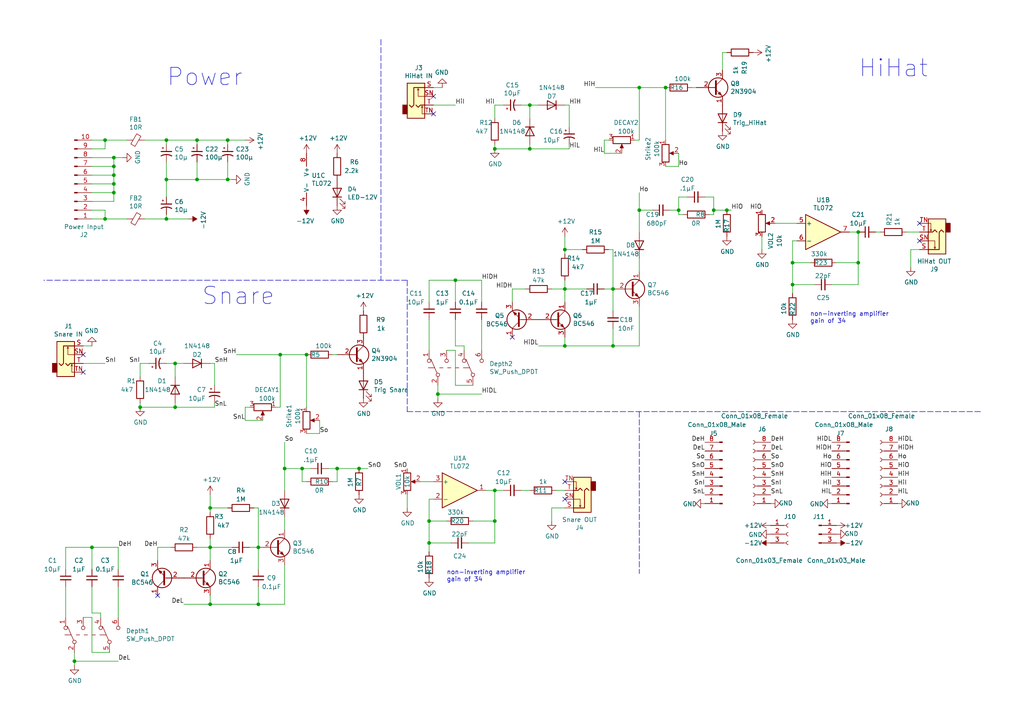
<source format=kicad_sch>
(kicad_sch (version 20211123) (generator eeschema)
  (paper "A4")
  (lib_symbols
    (symbol "Amplifier_Operational:TL072" (pin_names (offset 0.127))
      (property "Reference" "U" (at 0 5.08 0))
      (property "Value" "TL072" (at 0 -5.08 0))
      (symbol "TL072_1_1"
        (pin output line (at 7.62 0 180) (length 2.54) (name "~") (number "1"))
        (pin input line (at -7.62 -2.54 0) (length 2.54) (name "-") (number "2"))
        (pin input line (at -7.62 2.54 0) (length 2.54) (name "+") (number "3"))
      )
      (symbol "TL072_2_1"
        (pin input line (at -7.62 2.54 0) (length 2.54) (name "+") (number "5"))
        (pin input line (at -7.62 -2.54 0) (length 2.54) (name "-") (number "6"))
        (pin output line (at 7.62 0 180) (length 2.54) (name "~") (number "7"))
      )
      (symbol "TL072_3_1"
        (pin power_in line (at -2.54 -7.62 90) (length 3.81) (name "V-") (number "4"))
        (pin power_in line (at -2.54 7.62 270) (length 3.81) (name "V+") (number "8"))
      )
    )
    (symbol "Connector:AudioJack2_Switch"
      (property "Reference" "J" (at 0 11.43 0))
      (property "Value" "AudioJack2_Switch" (at 0 8.89 0))
      (symbol "AudioJack2_Switch_1_1"
        (pin passive line (at 5.08 5.08 180) (length 2.54) (name "~") (number "S"))
        (pin passive line (at 5.08 2.54 180) (length 2.54) (name "~") (number "SN"))
        (pin passive line (at 5.08 0 180) (length 2.54) (name "~") (number "T"))
        (pin passive line (at 5.08 -2.54 180) (length 2.54) (name "~") (number "TN"))
      )
    )
    (symbol "Connector:Conn_01x03_Female" (pin_names (offset 1.016) hide)
      (property "Reference" "J" (at 0 5.08 0))
      (property "Value" "Conn_01x03_Female" (at 0 -5.08 0))
      (symbol "Conn_01x03_Female_1_1"
        (pin passive line (at -5.08 2.54 0) (length 3.81) (name "Pin_1") (number "1"))
        (pin passive line (at -5.08 0 0) (length 3.81) (name "Pin_2") (number "2"))
        (pin passive line (at -5.08 -2.54 0) (length 3.81) (name "Pin_3") (number "3"))
      )
    )
    (symbol "Connector:Conn_01x03_Male" (pin_names (offset 1.016) hide)
      (property "Reference" "J" (at 0 5.08 0))
      (property "Value" "Conn_01x03_Male" (at 0 -5.08 0))
      (symbol "Conn_01x03_Male_1_1"
        (pin passive line (at 5.08 2.54 180) (length 3.81) (name "Pin_1") (number "1"))
        (pin passive line (at 5.08 0 180) (length 3.81) (name "Pin_2") (number "2"))
        (pin passive line (at 5.08 -2.54 180) (length 3.81) (name "Pin_3") (number "3"))
      )
    )
    (symbol "Connector:Conn_01x08_Female" (pin_names (offset 1.016) hide)
      (property "Reference" "J" (at 0 10.16 0))
      (property "Value" "Conn_01x08_Female" (at 0 -12.7 0))
      (symbol "Conn_01x08_Female_1_1"
        (pin passive line (at -5.08 7.62 0) (length 3.81) (name "Pin_1") (number "1"))
        (pin passive line (at -5.08 5.08 0) (length 3.81) (name "Pin_2") (number "2"))
        (pin passive line (at -5.08 2.54 0) (length 3.81) (name "Pin_3") (number "3"))
        (pin passive line (at -5.08 0 0) (length 3.81) (name "Pin_4") (number "4"))
        (pin passive line (at -5.08 -2.54 0) (length 3.81) (name "Pin_5") (number "5"))
        (pin passive line (at -5.08 -5.08 0) (length 3.81) (name "Pin_6") (number "6"))
        (pin passive line (at -5.08 -7.62 0) (length 3.81) (name "Pin_7") (number "7"))
        (pin passive line (at -5.08 -10.16 0) (length 3.81) (name "Pin_8") (number "8"))
      )
    )
    (symbol "Connector:Conn_01x08_Male" (pin_names (offset 1.016) hide)
      (property "Reference" "J" (at 0 10.16 0))
      (property "Value" "Conn_01x08_Male" (at 0 -12.7 0))
      (symbol "Conn_01x08_Male_1_1"
        (pin passive line (at 5.08 7.62 180) (length 3.81) (name "Pin_1") (number "1"))
        (pin passive line (at 5.08 5.08 180) (length 3.81) (name "Pin_2") (number "2"))
        (pin passive line (at 5.08 2.54 180) (length 3.81) (name "Pin_3") (number "3"))
        (pin passive line (at 5.08 0 180) (length 3.81) (name "Pin_4") (number "4"))
        (pin passive line (at 5.08 -2.54 180) (length 3.81) (name "Pin_5") (number "5"))
        (pin passive line (at 5.08 -5.08 180) (length 3.81) (name "Pin_6") (number "6"))
        (pin passive line (at 5.08 -7.62 180) (length 3.81) (name "Pin_7") (number "7"))
        (pin passive line (at 5.08 -10.16 180) (length 3.81) (name "Pin_8") (number "8"))
      )
    )
    (symbol "Connector:Conn_01x10_Male" (pin_names (offset 1.016) hide)
      (property "Reference" "J" (at 0 12.7 0))
      (property "Value" "Conn_01x10_Male" (at 0 -15.24 0))
      (symbol "Conn_01x10_Male_1_1"
        (pin passive line (at 5.08 10.16 180) (length 3.81) (name "Pin_1") (number "1"))
        (pin passive line (at 5.08 -12.7 180) (length 3.81) (name "Pin_10") (number "10"))
        (pin passive line (at 5.08 7.62 180) (length 3.81) (name "Pin_2") (number "2"))
        (pin passive line (at 5.08 5.08 180) (length 3.81) (name "Pin_3") (number "3"))
        (pin passive line (at 5.08 2.54 180) (length 3.81) (name "Pin_4") (number "4"))
        (pin passive line (at 5.08 0 180) (length 3.81) (name "Pin_5") (number "5"))
        (pin passive line (at 5.08 -2.54 180) (length 3.81) (name "Pin_6") (number "6"))
        (pin passive line (at 5.08 -5.08 180) (length 3.81) (name "Pin_7") (number "7"))
        (pin passive line (at 5.08 -7.62 180) (length 3.81) (name "Pin_8") (number "8"))
        (pin passive line (at 5.08 -10.16 180) (length 3.81) (name "Pin_9") (number "9"))
      )
    )
    (symbol "Device:CP1_Small" (pin_numbers hide) (pin_names (offset 0.254) hide)
      (property "Reference" "C" (at 0.254 1.778 0))
      (property "Value" "Device_CP1_Small" (at 0.254 -2.032 0))
      (symbol "CP1_Small_1_1"
        (pin passive line (at 0 2.54 270) (length 2.032) (name "~") (number "1"))
        (pin passive line (at 0 -2.54 90) (length 2.032) (name "~") (number "2"))
      )
    )
    (symbol "Device:C_Small" (pin_numbers hide) (pin_names (offset 0.254) hide)
      (property "Reference" "C" (at 0.254 1.778 0))
      (property "Value" "C_Small" (at 0.254 -2.032 0))
      (symbol "C_Small_1_1"
        (pin passive line (at 0 2.54 270) (length 2.032) (name "~") (number "1"))
        (pin passive line (at 0 -2.54 90) (length 2.032) (name "~") (number "2"))
      )
    )
    (symbol "Device:Ferrite_Bead_Small" (pin_numbers hide) (pin_names (offset 0))
      (property "Reference" "FB" (at 1.905 1.27 0))
      (property "Value" "Device_Ferrite_Bead_Small" (at 1.905 -1.27 0))
      (symbol "Ferrite_Bead_Small_1_1"
        (pin passive line (at 0 2.54 270) (length 1.27) (name "~") (number "1"))
        (pin passive line (at 0 -2.54 90) (length 1.27) (name "~") (number "2"))
      )
    )
    (symbol "Device:LED" (pin_numbers hide) (pin_names (offset 1.016) hide)
      (property "Reference" "D" (at 0 2.54 0))
      (property "Value" "LED" (at 0 -2.54 0))
      (symbol "LED_1_1"
        (pin passive line (at -3.81 0 0) (length 2.54) (name "K") (number "1"))
        (pin passive line (at 3.81 0 180) (length 2.54) (name "A") (number "2"))
      )
    )
    (symbol "Device:R" (pin_numbers hide) (pin_names (offset 0))
      (property "Reference" "R" (at 2.032 0 90))
      (property "Value" "R" (at 0 0 90))
      (symbol "R_1_1"
        (pin passive line (at 0 3.81 270) (length 1.27) (name "~") (number "1"))
        (pin passive line (at 0 -3.81 90) (length 1.27) (name "~") (number "2"))
      )
    )
    (symbol "Device:R_POT" (pin_names (offset 1.016) hide)
      (property "Reference" "RV" (at -4.445 0 90))
      (property "Value" "Device_R_POT" (at -2.54 0 90))
      (symbol "R_POT_1_1"
        (pin passive line (at 0 3.81 270) (length 1.27) (name "1") (number "1"))
        (pin passive line (at 3.81 0 180) (length 1.27) (name "2") (number "2"))
        (pin passive line (at 0 -3.81 90) (length 1.27) (name "3") (number "3"))
      )
    )
    (symbol "Diode:1N4148" (pin_numbers hide) (pin_names (offset 1.016) hide)
      (property "Reference" "D" (at 0 2.54 0))
      (property "Value" "1N4148" (at 0 -2.54 0))
      (symbol "1N4148_1_1"
        (pin passive line (at -3.81 0 0) (length 2.54) (name "K") (number "1"))
        (pin passive line (at 3.81 0 180) (length 2.54) (name "A") (number "2"))
      )
    )
    (symbol "Switch:SW_Push_DPDT" (pin_names (offset 0) hide)
      (property "Reference" "SW" (at 0 8.89 0))
      (property "Value" "SW_Push_DPDT" (at 0 -10.16 0))
      (symbol "SW_Push_DPDT_1_1"
        (pin passive line (at 5.08 7.62 180) (length 2.54) (name "A") (number "1"))
        (pin passive line (at -5.08 5.08 0) (length 2.54) (name "B") (number "2"))
        (pin passive line (at 5.08 2.54 180) (length 2.54) (name "C") (number "3"))
        (pin passive line (at 5.08 -2.54 180) (length 2.54) (name "A") (number "4"))
        (pin passive line (at -5.08 -5.08 0) (length 2.54) (name "B") (number "5"))
        (pin passive line (at 5.08 -7.62 180) (length 2.54) (name "C") (number "6"))
      )
    )
    (symbol "Transistor_BJT:2N3904" (pin_names (offset 0) hide)
      (property "Reference" "Q" (at 5.08 1.905 0))
      (property "Value" "2N3904" (at 5.08 0 0))
      (symbol "2N3904_1_1"
        (pin passive line (at 2.54 -5.08 90) (length 2.54) (name "E") (number "1"))
        (pin passive line (at -5.08 0 0) (length 5.715) (name "B") (number "2"))
        (pin passive line (at 2.54 5.08 270) (length 2.54) (name "C") (number "3"))
      )
    )
    (symbol "Transistor_BJT:BC546" (pin_names (offset 0) hide)
      (property "Reference" "Q" (at 5.08 1.905 0))
      (property "Value" "BC546" (at 5.08 0 0))
      (symbol "BC546_1_1"
        (pin passive line (at 2.54 5.08 270) (length 2.54) (name "C") (number "1"))
        (pin input line (at -5.08 0 0) (length 5.08) (name "B") (number "2"))
        (pin passive line (at 2.54 -5.08 90) (length 2.54) (name "E") (number "3"))
      )
    )
    (symbol "power:+12V" (power) (pin_names (offset 0))
      (property "Value" "+12V" (at 0 3.556 0))
      (symbol "+12V_1_1"
        (pin power_in line (at 0 0 90) (length 0) hide (name "+12V") (number "1"))
      )
    )
    (symbol "power:-12V" (power) (pin_names (offset 0))
      (property "Value" "-12V" (at 0 3.81 0))
      (symbol "-12V_0_0"
        (pin power_in line (at 0 0 90) (length 0) hide (name "-12V") (number "1"))
      )
    )
    (symbol "power:GND" (power) (pin_names (offset 0))
      (property "Value" "GND" (at 0 -3.81 0))
      (symbol "GND_1_1"
        (pin power_in line (at 0 0 270) (length 0) hide (name "GND") (number "1"))
      )
    )
  )
  (junction (at 81.28 102.87))
  (junction (at 33.02 50.8))
  (junction (at 50.8 105.41))
  (junction (at 87.63 135.89))
  (junction (at 177.8 83.82))
  (junction (at 48.26 40.64))
  (junction (at 196.85 60.96))
  (junction (at 82.55 135.89))
  (junction (at 143.51 151.13))
  (junction (at 97.79 135.89))
  (junction (at 66.04 52.07))
  (junction (at 163.83 83.82))
  (junction (at 57.15 40.64))
  (junction (at 153.67 43.18))
  (junction (at 185.42 25.4))
  (junction (at 229.87 76.2))
  (junction (at 229.87 82.55))
  (junction (at 57.15 52.07))
  (junction (at 74.93 158.75))
  (junction (at 60.96 147.32))
  (junction (at 60.96 175.26))
  (junction (at 48.26 63.5))
  (junction (at 248.92 76.2))
  (junction (at 124.46 151.13))
  (junction (at 66.04 40.64))
  (junction (at 104.14 135.89))
  (junction (at 177.8 100.33))
  (junction (at 163.83 100.33))
  (junction (at 40.64 118.11))
  (junction (at 21.59 191.77))
  (junction (at 248.92 67.31))
  (junction (at 193.04 25.4))
  (junction (at 30.48 63.5))
  (junction (at 132.08 81.28))
  (junction (at 124.46 157.48))
  (junction (at 48.26 52.07))
  (junction (at 163.83 72.39))
  (junction (at 143.51 43.18))
  (junction (at 185.42 60.96))
  (junction (at 33.02 48.26))
  (junction (at 50.8 118.11))
  (junction (at 88.9 102.87))
  (junction (at 33.02 55.88))
  (junction (at 30.48 40.64))
  (junction (at 60.96 158.75))
  (junction (at 127 114.3))
  (junction (at 153.67 30.48))
  (junction (at 210.82 60.96))
  (junction (at 33.02 53.34))
  (junction (at 143.51 142.24))
  (junction (at 207.01 60.96))
  (junction (at 74.93 175.26))
  (junction (at 26.67 158.75))
  (junction (at 33.02 45.72))
  (no_connect (at 24.13 102.87))
  (no_connect (at 125.73 27.94))
  (no_connect (at 45.72 172.72))
  (no_connect (at 266.7 69.85))
  (no_connect (at 163.83 144.78))
  (no_connect (at 266.7 64.77))
  (no_connect (at 148.59 97.79))
  (no_connect (at 125.73 33.02))
  (no_connect (at 163.83 139.7))
  (no_connect (at 24.13 107.95))
  (wire (pts (xy 184.15 40.64) (xy 185.42 40.64)))
  (wire (pts (xy 163.83 72.39) (xy 163.83 73.66)))
  (wire (pts (xy 248.92 67.31) (xy 248.92 76.2)))
  (wire (pts (xy 26.67 60.96) (xy 30.48 60.96)))
  (wire (pts (xy 229.87 69.85) (xy 229.87 76.2)))
  (wire (pts (xy 165.1 30.48) (xy 165.1 36.83)))
  (wire (pts (xy 127 111.76) (xy 127 114.3)))
  (wire (pts (xy 177.8 100.33) (xy 163.83 100.33)))
  (wire (pts (xy 185.42 25.4) (xy 193.04 25.4)))
  (wire (pts (xy 153.67 142.24) (xy 151.13 142.24)))
  (wire (pts (xy 71.12 118.11) (xy 72.39 118.11)))
  (polyline (pts (xy 110.49 11.43) (xy 110.49 81.28)))
  (wire (pts (xy 153.67 34.29) (xy 153.67 30.48)))
  (wire (pts (xy 124.46 92.71) (xy 124.46 101.6)))
  (wire (pts (xy 264.16 72.39) (xy 264.16 77.47)))
  (wire (pts (xy 82.55 163.83) (xy 82.55 175.26)))
  (wire (pts (xy 50.8 105.41) (xy 48.26 105.41)))
  (wire (pts (xy 140.97 142.24) (xy 143.51 142.24)))
  (wire (pts (xy 81.28 102.87) (xy 88.9 102.87)))
  (wire (pts (xy 132.08 81.28) (xy 132.08 87.63)))
  (wire (pts (xy 220.98 68.58) (xy 220.98 72.39)))
  (wire (pts (xy 229.87 82.55) (xy 229.87 85.09)))
  (wire (pts (xy 196.85 62.23) (xy 196.85 60.96)))
  (wire (pts (xy 50.8 118.11) (xy 50.8 116.84)))
  (wire (pts (xy 129.54 101.6) (xy 132.08 101.6)))
  (wire (pts (xy 210.82 60.96) (xy 207.01 60.96)))
  (wire (pts (xy 196.85 60.96) (xy 194.31 60.96)))
  (wire (pts (xy 26.67 158.75) (xy 26.67 165.1)))
  (wire (pts (xy 73.66 147.32) (xy 74.93 147.32)))
  (wire (pts (xy 139.7 92.71) (xy 139.7 101.6)))
  (wire (pts (xy 207.01 57.15) (xy 207.01 60.96)))
  (wire (pts (xy 163.83 72.39) (xy 168.91 72.39)))
  (wire (pts (xy 210.82 60.96) (xy 212.09 60.96)))
  (wire (pts (xy 74.93 175.26) (xy 60.96 175.26)))
  (wire (pts (xy 74.93 158.75) (xy 72.39 158.75)))
  (wire (pts (xy 163.83 83.82) (xy 160.02 83.82)))
  (wire (pts (xy 26.67 58.42) (xy 33.02 58.42)))
  (wire (pts (xy 74.93 165.1) (xy 74.93 158.75)))
  (wire (pts (xy 82.55 149.86) (xy 82.55 153.67)))
  (wire (pts (xy 176.53 72.39) (xy 177.8 72.39)))
  (wire (pts (xy 134.62 101.6) (xy 134.62 100.33)))
  (wire (pts (xy 255.27 67.31) (xy 254 67.31)))
  (wire (pts (xy 127 114.3) (xy 127 115.57)))
  (wire (pts (xy 185.42 60.96) (xy 185.42 67.31)))
  (wire (pts (xy 26.67 179.07) (xy 24.13 179.07)))
  (wire (pts (xy 163.83 83.82) (xy 170.18 83.82)))
  (wire (pts (xy 49.53 158.75) (xy 45.72 158.75)))
  (wire (pts (xy 33.02 53.34) (xy 33.02 50.8)))
  (wire (pts (xy 33.02 58.42) (xy 33.02 55.88)))
  (wire (pts (xy 82.55 175.26) (xy 74.93 175.26)))
  (wire (pts (xy 60.96 158.75) (xy 67.31 158.75)))
  (wire (pts (xy 60.96 147.32) (xy 66.04 147.32)))
  (wire (pts (xy 68.58 102.87) (xy 81.28 102.87)))
  (wire (pts (xy 33.02 48.26) (xy 33.02 50.8)))
  (wire (pts (xy 66.04 46.99) (xy 66.04 52.07)))
  (wire (pts (xy 125.73 25.4) (xy 128.27 25.4)))
  (wire (pts (xy 97.79 135.89) (xy 104.14 135.89)))
  (polyline (pts (xy 118.11 81.28) (xy 12.7 81.28)))
  (wire (pts (xy 41.91 63.5) (xy 48.26 63.5)))
  (wire (pts (xy 26.67 63.5) (xy 30.48 63.5)))
  (wire (pts (xy 96.52 139.7) (xy 97.79 139.7)))
  (wire (pts (xy 97.79 135.89) (xy 97.79 139.7)))
  (wire (pts (xy 88.9 125.73) (xy 92.71 125.73)))
  (wire (pts (xy 163.83 72.39) (xy 163.83 68.58)))
  (wire (pts (xy 26.67 177.8) (xy 26.67 170.18)))
  (wire (pts (xy 246.38 67.31) (xy 248.92 67.31)))
  (wire (pts (xy 95.25 135.89) (xy 97.79 135.89)))
  (wire (pts (xy 60.96 162.56) (xy 60.96 158.75)))
  (wire (pts (xy 40.64 116.84) (xy 40.64 118.11)))
  (wire (pts (xy 139.7 87.63) (xy 139.7 81.28)))
  (wire (pts (xy 26.67 55.88) (xy 33.02 55.88)))
  (wire (pts (xy 163.83 100.33) (xy 156.21 100.33)))
  (wire (pts (xy 57.15 46.99) (xy 57.15 52.07)))
  (wire (pts (xy 207.01 60.96) (xy 207.01 62.23)))
  (wire (pts (xy 165.1 41.91) (xy 165.1 43.18)))
  (wire (pts (xy 137.16 111.76) (xy 132.08 111.76)))
  (wire (pts (xy 139.7 81.28) (xy 132.08 81.28)))
  (wire (pts (xy 143.51 41.91) (xy 143.51 43.18)))
  (wire (pts (xy 67.31 52.07) (xy 66.04 52.07)))
  (wire (pts (xy 185.42 74.93) (xy 185.42 78.74)))
  (wire (pts (xy 80.01 118.11) (xy 81.28 118.11)))
  (wire (pts (xy 132.08 111.76) (xy 132.08 101.6)))
  (wire (pts (xy 41.91 40.64) (xy 48.26 40.64)))
  (wire (pts (xy 92.71 125.73) (xy 92.71 121.92)))
  (wire (pts (xy 26.67 40.64) (xy 30.48 40.64)))
  (wire (pts (xy 50.8 109.22) (xy 50.8 105.41)))
  (wire (pts (xy 175.26 44.45) (xy 175.26 40.64)))
  (wire (pts (xy 210.82 15.24) (xy 209.55 15.24)))
  (wire (pts (xy 57.15 52.07) (xy 48.26 52.07)))
  (wire (pts (xy 21.59 189.23) (xy 21.59 191.77)))
  (wire (pts (xy 262.89 67.31) (xy 266.7 67.31)))
  (wire (pts (xy 193.04 25.4) (xy 193.04 40.64)))
  (wire (pts (xy 60.96 147.32) (xy 60.96 143.51)))
  (wire (pts (xy 180.34 44.45) (xy 175.26 44.45)))
  (wire (pts (xy 185.42 60.96) (xy 189.23 60.96)))
  (wire (pts (xy 121.92 139.7) (xy 125.73 139.7)))
  (wire (pts (xy 248.92 82.55) (xy 241.3 82.55)))
  (wire (pts (xy 19.05 165.1) (xy 19.05 158.75)))
  (wire (pts (xy 185.42 88.9) (xy 185.42 100.33)))
  (polyline (pts (xy 185.42 119.38) (xy 185.42 166.37)))
  (wire (pts (xy 163.83 97.79) (xy 163.83 100.33)))
  (wire (pts (xy 60.96 175.26) (xy 53.34 175.26)))
  (wire (pts (xy 34.29 165.1) (xy 34.29 158.75)))
  (wire (pts (xy 33.02 55.88) (xy 33.02 53.34)))
  (wire (pts (xy 124.46 144.78) (xy 124.46 151.13)))
  (wire (pts (xy 62.23 116.84) (xy 62.23 118.11)))
  (wire (pts (xy 204.47 57.15) (xy 207.01 57.15)))
  (wire (pts (xy 35.56 45.72) (xy 33.02 45.72)))
  (wire (pts (xy 172.72 25.4) (xy 185.42 25.4)))
  (wire (pts (xy 143.51 142.24) (xy 143.51 151.13)))
  (wire (pts (xy 87.63 135.89) (xy 90.17 135.89)))
  (wire (pts (xy 57.15 41.91) (xy 57.15 40.64)))
  (wire (pts (xy 74.93 170.18) (xy 74.93 175.26)))
  (wire (pts (xy 175.26 40.64) (xy 176.53 40.64)))
  (wire (pts (xy 143.51 30.48) (xy 143.51 34.29)))
  (wire (pts (xy 96.52 102.87) (xy 97.79 102.87)))
  (wire (pts (xy 60.96 158.75) (xy 57.15 158.75)))
  (wire (pts (xy 34.29 158.75) (xy 26.67 158.75)))
  (wire (pts (xy 34.29 191.77) (xy 21.59 191.77)))
  (wire (pts (xy 193.04 48.26) (xy 196.85 48.26)))
  (wire (pts (xy 60.96 172.72) (xy 60.96 175.26)))
  (wire (pts (xy 196.85 57.15) (xy 199.39 57.15)))
  (wire (pts (xy 26.67 43.18) (xy 30.48 43.18)))
  (wire (pts (xy 60.96 105.41) (xy 62.23 105.41)))
  (wire (pts (xy 30.48 60.96) (xy 30.48 63.5)))
  (wire (pts (xy 163.83 81.28) (xy 163.83 83.82)))
  (polyline (pts (xy 118.11 119.38) (xy 284.48 119.38)))
  (wire (pts (xy 248.92 76.2) (xy 242.57 76.2)))
  (wire (pts (xy 19.05 158.75) (xy 26.67 158.75)))
  (wire (pts (xy 34.29 170.18) (xy 34.29 179.07)))
  (wire (pts (xy 132.08 100.33) (xy 132.08 92.71)))
  (wire (pts (xy 125.73 30.48) (xy 132.08 30.48)))
  (wire (pts (xy 48.26 40.64) (xy 57.15 40.64)))
  (polyline (pts (xy 118.11 81.28) (xy 118.11 119.38)))
  (wire (pts (xy 185.42 55.88) (xy 185.42 60.96)))
  (wire (pts (xy 229.87 76.2) (xy 229.87 82.55)))
  (wire (pts (xy 33.02 50.8) (xy 26.67 50.8)))
  (wire (pts (xy 196.85 60.96) (xy 196.85 57.15)))
  (wire (pts (xy 66.04 52.07) (xy 57.15 52.07)))
  (wire (pts (xy 53.34 105.41) (xy 50.8 105.41)))
  (wire (pts (xy 29.21 179.07) (xy 29.21 177.8)))
  (wire (pts (xy 57.15 40.64) (xy 66.04 40.64)))
  (wire (pts (xy 30.48 43.18) (xy 30.48 40.64)))
  (wire (pts (xy 143.51 151.13) (xy 143.51 157.48)))
  (wire (pts (xy 26.67 53.34) (xy 33.02 53.34)))
  (wire (pts (xy 205.74 62.23) (xy 207.01 62.23)))
  (wire (pts (xy 40.64 118.11) (xy 50.8 118.11)))
  (wire (pts (xy 124.46 144.78) (xy 125.73 144.78)))
  (wire (pts (xy 177.8 83.82) (xy 175.26 83.82)))
  (wire (pts (xy 177.8 72.39) (xy 177.8 83.82)))
  (wire (pts (xy 48.26 63.5) (xy 54.61 63.5)))
  (wire (pts (xy 152.4 83.82) (xy 148.59 83.82)))
  (wire (pts (xy 62.23 118.11) (xy 50.8 118.11)))
  (wire (pts (xy 124.46 157.48) (xy 124.46 160.02)))
  (wire (pts (xy 60.96 147.32) (xy 60.96 148.59)))
  (wire (pts (xy 165.1 43.18) (xy 153.67 43.18)))
  (wire (pts (xy 21.59 191.77) (xy 21.59 193.04)))
  (wire (pts (xy 62.23 105.41) (xy 62.23 111.76)))
  (wire (pts (xy 163.83 30.48) (xy 165.1 30.48)))
  (wire (pts (xy 177.8 95.25) (xy 177.8 100.33)))
  (wire (pts (xy 124.46 81.28) (xy 132.08 81.28)))
  (wire (pts (xy 26.67 189.23) (xy 26.67 179.07)))
  (wire (pts (xy 134.62 100.33) (xy 132.08 100.33)))
  (wire (pts (xy 43.18 105.41) (xy 40.64 105.41)))
  (wire (pts (xy 45.72 158.75) (xy 45.72 162.56)))
  (wire (pts (xy 177.8 90.17) (xy 177.8 83.82)))
  (wire (pts (xy 146.05 30.48) (xy 143.51 30.48)))
  (wire (pts (xy 40.64 105.41) (xy 40.64 109.22)))
  (wire (pts (xy 266.7 72.39) (xy 264.16 72.39)))
  (wire (pts (xy 87.63 135.89) (xy 87.63 139.7)))
  (wire (pts (xy 248.92 76.2) (xy 248.92 82.55)))
  (wire (pts (xy 160.02 147.32) (xy 160.02 151.13)))
  (wire (pts (xy 143.51 142.24) (xy 146.05 142.24)))
  (wire (pts (xy 31.75 189.23) (xy 26.67 189.23)))
  (wire (pts (xy 161.29 142.24) (xy 163.83 142.24)))
  (wire (pts (xy 224.79 64.77) (xy 231.14 64.77)))
  (wire (pts (xy 118.11 143.51) (xy 118.11 147.32)))
  (wire (pts (xy 143.51 151.13) (xy 137.16 151.13)))
  (wire (pts (xy 129.54 151.13) (xy 124.46 151.13)))
  (wire (pts (xy 60.96 156.21) (xy 60.96 158.75)))
  (wire (pts (xy 24.13 105.41) (xy 30.48 105.41)))
  (wire (pts (xy 48.26 62.23) (xy 48.26 63.5)))
  (wire (pts (xy 24.13 100.33) (xy 26.67 100.33)))
  (wire (pts (xy 66.04 41.91) (xy 66.04 40.64)))
  (wire (pts (xy 74.93 147.32) (xy 74.93 158.75)))
  (wire (pts (xy 26.67 45.72) (xy 33.02 45.72)))
  (wire (pts (xy 198.12 62.23) (xy 196.85 62.23)))
  (wire (pts (xy 160.02 147.32) (xy 163.83 147.32)))
  (wire (pts (xy 153.67 30.48) (xy 151.13 30.48)))
  (wire (pts (xy 209.55 15.24) (xy 209.55 20.32)))
  (wire (pts (xy 148.59 83.82) (xy 148.59 87.63)))
  (wire (pts (xy 196.85 48.26) (xy 196.85 44.45)))
  (wire (pts (xy 156.21 30.48) (xy 153.67 30.48)))
  (wire (pts (xy 234.95 76.2) (xy 229.87 76.2)))
  (wire (pts (xy 124.46 151.13) (xy 124.46 157.48)))
  (wire (pts (xy 139.7 114.3) (xy 127 114.3)))
  (wire (pts (xy 76.2 121.92) (xy 71.12 121.92)))
  (wire (pts (xy 185.42 100.33) (xy 177.8 100.33)))
  (wire (pts (xy 163.83 87.63) (xy 163.83 83.82)))
  (wire (pts (xy 104.14 135.89) (xy 106.68 135.89)))
  (wire (pts (xy 81.28 118.11) (xy 81.28 102.87)))
  (wire (pts (xy 124.46 157.48) (xy 130.81 157.48)))
  (wire (pts (xy 19.05 170.18) (xy 19.05 179.07)))
  (wire (pts (xy 143.51 157.48) (xy 135.89 157.48)))
  (wire (pts (xy 124.46 87.63) (xy 124.46 81.28)))
  (wire (pts (xy 153.67 43.18) (xy 153.67 41.91)))
  (wire (pts (xy 82.55 128.27) (xy 82.55 135.89)))
  (wire (pts (xy 229.87 69.85) (xy 231.14 69.85)))
  (wire (pts (xy 82.55 135.89) (xy 87.63 135.89)))
  (wire (pts (xy 88.9 139.7) (xy 87.63 139.7)))
  (wire (pts (xy 66.04 40.64) (xy 71.12 40.64)))
  (wire (pts (xy 229.87 82.55) (xy 236.22 82.55)))
  (wire (pts (xy 29.21 177.8) (xy 26.67 177.8)))
  (wire (pts (xy 48.26 52.07) (xy 48.26 57.15)))
  (wire (pts (xy 185.42 40.64) (xy 185.42 25.4)))
  (wire (pts (xy 48.26 46.99) (xy 48.26 52.07)))
  (wire (pts (xy 36.83 40.64) (xy 30.48 40.64)))
  (wire (pts (xy 33.02 45.72) (xy 33.02 48.26)))
  (wire (pts (xy 88.9 102.87) (xy 88.9 118.11)))
  (wire (pts (xy 143.51 43.18) (xy 153.67 43.18)))
  (wire (pts (xy 26.67 48.26) (xy 33.02 48.26)))
  (wire (pts (xy 48.26 41.91) (xy 48.26 40.64)))
  (wire (pts (xy 71.12 121.92) (xy 71.12 118.11)))
  (wire (pts (xy 200.66 25.4) (xy 201.93 25.4)))
  (wire (pts (xy 82.55 135.89) (xy 82.55 142.24)))
  (wire (pts (xy 30.48 63.5) (xy 36.83 63.5)))
  (text "Snare" (at 58.42 88.9 0) (effects (font (size 5.0038 5.0038)) (justify left bottom)))
  (text "non-inverting amplifier\ngain of 34" (at 129.54 168.91 0) (effects (font (size 1.27 1.27)) (justify left bottom)))
  (text "Power\n" (at 48.26 25.4 0) (effects (font (size 5.0038 5.0038)) (justify left bottom)))
  (text "non-inverting amplifier\ngain of 34" (at 234.95 93.98 0) (effects (font (size 1.27 1.27)) (justify left bottom)))
  (text "HiHat" (at 248.92 22.86 0) (effects (font (size 5.0038 5.0038)) (justify left bottom)))
  (label "DeH" (at 223.52 128.27 0))
  (label "HiL" (at 241.3 143.51 180))
  (label "Ho" (at 260.35 133.35 0))
  (label "SnO" (at 204.47 135.89 180))
  (label "HiH" (at 165.1 30.48 0))
  (label "HiDH" (at 260.35 130.81 0))
  (label "SnH" (at 223.52 138.43 0))
  (label "HiL" (at 260.35 143.51 0))
  (label "HiL" (at 165.1 43.18 0))
  (label "HiO" (at 212.09 60.96 0))
  (label "SnO" (at 118.11 135.89 180))
  (label "Ho" (at 196.85 48.26 0))
  (label "So" (at 82.55 128.27 0))
  (label "HiI" (at 132.08 30.48 0))
  (label "So" (at 204.47 133.35 180))
  (label "DeH" (at 204.47 128.27 180))
  (label "SnI" (at 223.52 140.97 0))
  (label "HiDL" (at 260.35 128.27 0))
  (label "HiI" (at 260.35 140.97 0))
  (label "SnI" (at 30.48 105.41 0))
  (label "HiH" (at 172.72 25.4 180))
  (label "DeL" (at 34.29 191.77 0))
  (label "SnO" (at 223.52 135.89 0))
  (label "HiDL" (at 241.3 128.27 180))
  (label "DeH" (at 45.72 158.75 180))
  (label "DeH" (at 34.29 158.75 0))
  (label "SnL" (at 223.52 143.51 0))
  (label "SnL" (at 204.47 143.51 180))
  (label "SnH" (at 62.23 105.41 0))
  (label "DeL" (at 204.47 130.81 180))
  (label "SnH" (at 68.58 102.87 180))
  (label "HiDH" (at 139.7 81.28 0))
  (label "SnL" (at 71.12 121.92 180))
  (label "HiI" (at 143.51 30.48 180))
  (label "HiDH" (at 241.3 130.81 180))
  (label "So" (at 92.71 125.73 0))
  (label "HiL" (at 175.26 44.45 180))
  (label "SnO" (at 106.68 135.89 0))
  (label "DeL" (at 53.34 175.26 180))
  (label "HiH" (at 260.35 138.43 0))
  (label "So" (at 223.52 133.35 0))
  (label "Ho" (at 241.3 133.35 180))
  (label "HiO" (at 260.35 135.89 0))
  (label "HiI" (at 241.3 140.97 180))
  (label "HiDL" (at 156.21 100.33 180))
  (label "HiO" (at 241.3 135.89 180))
  (label "Ho" (at 185.42 55.88 0))
  (label "HiO" (at 220.98 60.96 180))
  (label "SnI" (at 40.64 105.41 180))
  (label "SnL" (at 62.23 118.11 0))
  (label "DeL" (at 223.52 130.81 0))
  (label "HiH" (at 241.3 138.43 180))
  (label "SnH" (at 204.47 138.43 180))
  (label "HiDH" (at 148.59 83.82 180))
  (label "SnI" (at 204.47 140.97 180))
  (label "HiDL" (at 139.7 114.3 0))
  (symbol (lib_id "Device:CP1_Small") (at 45.72 105.41 90) (unit 1)
    (property "Reference" "C4" (at 45.72 99.6188 90))
    (property "Value" "10µF" (at 45.72 101.9302 90))
    (property "Footprint" "Capacitor_THT:CP_Radial_D5.0mm_P2.00mm" (effects hide))
  )
  (symbol (lib_id "Device:R") (at 40.64 113.03 0) (unit 1)
    (property "Reference" "R1" (at 38.1 110.49 0))
    (property "Value" "4k7" (at 36.83 113.03 0))
    (property "Footprint" "Resistor_THT:R_Axial_DIN0207_L6.3mm_D2.5mm_P10.16mm_Horizontal" (effects hide))
  )
  (symbol (lib_id "Device:R_POT") (at 76.2 118.11 270) (unit 1)
    (property "Reference" "DECAY1" (at 77.47 113.03 90))
    (property "Value" "100k" (at 77.47 115.57 90))
    (property "Footprint" "Synth:Pot-bourns-alpha" (effects hide))
  )
  (symbol (lib_id "Transistor_BJT:BC546") (at 58.42 167.64 0) (unit 1)
    (property "Reference" "Q2" (at 63.2714 166.4716 0) (effects (justify left)))
    (property "Value" "BC546" (at 63.2714 168.783 0) (effects (justify left)))
    (property "Footprint" "Package_TO_SOT_THT:TO-92_Inline" (effects hide))
    (property "Datasheet" "https://www.onsemi.com/pub/Collateral/BC550-D.pdf" (effects hide))
  )
  (symbol (lib_id "Transistor_BJT:BC546") (at 48.26 167.64 180) (unit 1)
    (property "Reference" "Q1" (at 43.4086 166.4716 0) (effects (justify left)))
    (property "Value" "BC546" (at 44.45 168.91 0) (effects (justify left)))
    (property "Footprint" "Package_TO_SOT_THT:TO-92_Inline" (effects hide))
    (property "Datasheet" "https://www.onsemi.com/pub/Collateral/BC550-D.pdf" (effects hide))
  )
  (symbol (lib_id "Device:C_Small") (at 34.29 167.64 0) (unit 1)
    (property "Reference" "C3" (at 30.48 162.56 0))
    (property "Value" "0.1µF" (at 30.48 165.1 0))
    (property "Footprint" "Capacitor_THT:C_Disc_D7.0mm_W2.5mm_P5.00mm" (effects hide))
  )
  (symbol (lib_id "Device:CP1_Small") (at 62.23 114.3 0) (unit 1)
    (property "Reference" "C7" (at 58.42 113.03 0))
    (property "Value" "10µF" (at 57.15 115.57 0))
    (property "Footprint" "Capacitor_THT:CP_Radial_D5.0mm_P2.00mm" (effects hide))
  )
  (symbol (lib_id "Diode:1N4148") (at 57.15 105.41 180) (unit 1)
    (property "Reference" "D2" (at 57.15 102.87 0))
    (property "Value" "1N4148" (at 57.15 100.33 0))
    (property "Footprint" "Diode_THT:D_DO-35_SOD27_P7.62mm_Horizontal" (effects hide))
    (property "Datasheet" "https://assets.nexperia.com/documents/data-sheet/1N4148_1N4448.pdf" (effects hide))
  )
  (symbol (lib_id "Diode:1N4148") (at 50.8 113.03 270) (unit 1)
    (property "Reference" "D1" (at 46.99 110.49 90))
    (property "Value" "1N4148" (at 45.72 113.03 90))
    (property "Footprint" "Diode_THT:D_DO-35_SOD27_P7.62mm_Horizontal" (effects hide))
    (property "Datasheet" "https://assets.nexperia.com/documents/data-sheet/1N4148_1N4448.pdf" (effects hide))
  )
  (symbol (lib_id "power:GND") (at 40.64 118.11 0) (unit 1)
    (property "Reference" "#PWR04" (effects hide))
    (property "Value" "GND" (at 40.767 122.5042 0))
  )
  (symbol (lib_id "Transistor_BJT:BC546") (at 80.01 158.75 0) (unit 1)
    (property "Reference" "Q3" (at 84.8614 157.5816 0) (effects (justify left)))
    (property "Value" "BC546" (at 84.8614 159.893 0) (effects (justify left)))
    (property "Footprint" "Package_TO_SOT_THT:TO-92_Inline" (effects hide))
    (property "Datasheet" "https://www.onsemi.com/pub/Collateral/BC550-D.pdf" (effects hide))
  )
  (symbol (lib_id "Device:R") (at 53.34 158.75 90) (unit 1)
    (property "Reference" "R2" (at 53.34 153.67 90))
    (property "Value" "47k" (at 53.34 156.21 90))
    (property "Footprint" "Resistor_THT:R_Axial_DIN0207_L6.3mm_D2.5mm_P10.16mm_Horizontal" (effects hide))
  )
  (symbol (lib_id "Device:R") (at 60.96 152.4 0) (unit 1)
    (property "Reference" "R3" (at 63.5 149.86 0))
    (property "Value" "4k7" (at 64.77 152.4 0))
    (property "Footprint" "Resistor_THT:R_Axial_DIN0207_L6.3mm_D2.5mm_P10.16mm_Horizontal" (effects hide))
  )
  (symbol (lib_id "Device:R") (at 69.85 147.32 90) (unit 1)
    (property "Reference" "R4" (at 69.85 142.24 90))
    (property "Value" "1M" (at 69.85 144.78 90))
    (property "Footprint" "Resistor_THT:R_Axial_DIN0207_L6.3mm_D2.5mm_P10.16mm_Horizontal" (effects hide))
  )
  (symbol (lib_id "Device:C_Small") (at 69.85 158.75 90) (unit 1)
    (property "Reference" "C8" (at 67.31 160.02 90))
    (property "Value" "1µF" (at 68.58 162.56 90))
    (property "Footprint" "Capacitor_THT:C_Disc_D7.0mm_W2.5mm_P5.00mm" (effects hide))
  )
  (symbol (lib_id "Device:C_Small") (at 74.93 167.64 180) (unit 1)
    (property "Reference" "C9" (at 78.74 167.64 0))
    (property "Value" "0.1µF" (at 78.74 170.18 0))
    (property "Footprint" "Capacitor_THT:C_Disc_D7.0mm_W2.5mm_P5.00mm" (effects hide))
  )
  (symbol (lib_id "power:GND") (at 21.59 193.04 0) (unit 1)
    (property "Reference" "#PWR02" (effects hide))
    (property "Value" "GND" (at 21.717 197.4342 0))
  )
  (symbol (lib_id "power:+12V") (at 60.96 143.51 0) (unit 1)
    (property "Reference" "#PWR08" (effects hide))
    (property "Value" "+12V" (at 61.341 139.1158 0))
  )
  (symbol (lib_id "Diode:1N4148") (at 82.55 146.05 90) (unit 1)
    (property "Reference" "D3" (at 80.01 146.05 90))
    (property "Value" "1N4148" (at 78.74 148.59 90))
    (property "Footprint" "Diode_THT:D_DO-35_SOD27_P7.62mm_Horizontal" (effects hide))
    (property "Datasheet" "https://assets.nexperia.com/documents/data-sheet/1N4148_1N4448.pdf" (effects hide))
  )
  (symbol (lib_id "Device:CP1_Small") (at 148.59 30.48 90) (unit 1)
    (property "Reference" "C15" (at 148.59 24.6888 90))
    (property "Value" "10µF" (at 148.59 27.0002 90))
    (property "Footprint" "Capacitor_THT:CP_Radial_D5.0mm_P2.00mm" (effects hide))
  )
  (symbol (lib_id "Device:R") (at 143.51 38.1 0) (unit 1)
    (property "Reference" "R12" (at 140.97 35.56 0))
    (property "Value" "4k7" (at 139.7 38.1 0))
    (property "Footprint" "Resistor_THT:R_Axial_DIN0207_L6.3mm_D2.5mm_P10.16mm_Horizontal" (effects hide))
  )
  (symbol (lib_id "Transistor_BJT:BC546") (at 161.29 92.71 0) (unit 1)
    (property "Reference" "Q6" (at 166.1414 91.5416 0) (effects (justify left)))
    (property "Value" "BC546" (at 166.1414 93.853 0) (effects (justify left)))
    (property "Footprint" "Package_TO_SOT_THT:TO-92_Inline" (effects hide))
    (property "Datasheet" "https://www.onsemi.com/pub/Collateral/BC550-D.pdf" (effects hide))
  )
  (symbol (lib_id "Transistor_BJT:BC546") (at 151.13 92.71 180) (unit 1)
    (property "Reference" "Q5" (at 146.2786 91.5416 0) (effects (justify left)))
    (property "Value" "BC546" (at 147.32 93.98 0) (effects (justify left)))
    (property "Footprint" "Package_TO_SOT_THT:TO-92_Inline" (effects hide))
    (property "Datasheet" "https://www.onsemi.com/pub/Collateral/BC550-D.pdf" (effects hide))
  )
  (symbol (lib_id "Device:CP1_Small") (at 165.1 39.37 0) (unit 1)
    (property "Reference" "C16" (at 161.29 38.1 0))
    (property "Value" "10µF" (at 160.02 40.64 0))
    (property "Footprint" "Capacitor_THT:CP_Radial_D5.0mm_P2.00mm" (effects hide))
  )
  (symbol (lib_id "Diode:1N4148") (at 160.02 30.48 180) (unit 1)
    (property "Reference" "D7" (at 160.02 27.94 0))
    (property "Value" "1N4148" (at 160.02 25.4 0))
    (property "Footprint" "Diode_THT:D_DO-35_SOD27_P7.62mm_Horizontal" (effects hide))
    (property "Datasheet" "https://assets.nexperia.com/documents/data-sheet/1N4148_1N4448.pdf" (effects hide))
  )
  (symbol (lib_id "Diode:1N4148") (at 153.67 38.1 270) (unit 1)
    (property "Reference" "D6" (at 149.86 35.56 90))
    (property "Value" "1N4148" (at 148.59 38.1 90))
    (property "Footprint" "Diode_THT:D_DO-35_SOD27_P7.62mm_Horizontal" (effects hide))
    (property "Datasheet" "https://assets.nexperia.com/documents/data-sheet/1N4148_1N4448.pdf" (effects hide))
  )
  (symbol (lib_id "power:GND") (at 143.51 43.18 0) (unit 1)
    (property "Reference" "#PWR019" (effects hide))
    (property "Value" "GND" (at 143.637 47.5742 0))
  )
  (symbol (lib_id "Transistor_BJT:BC546") (at 182.88 83.82 0) (unit 1)
    (property "Reference" "Q7" (at 187.7314 82.6516 0) (effects (justify left)))
    (property "Value" "BC546" (at 187.7314 84.963 0) (effects (justify left)))
    (property "Footprint" "Package_TO_SOT_THT:TO-92_Inline" (effects hide))
    (property "Datasheet" "https://www.onsemi.com/pub/Collateral/BC550-D.pdf" (effects hide))
  )
  (symbol (lib_id "Device:R") (at 156.21 83.82 90) (unit 1)
    (property "Reference" "R13" (at 156.21 78.74 90))
    (property "Value" "47k" (at 156.21 81.28 90))
    (property "Footprint" "Resistor_THT:R_Axial_DIN0207_L6.3mm_D2.5mm_P10.16mm_Horizontal" (effects hide))
  )
  (symbol (lib_id "Device:R") (at 163.83 77.47 0) (unit 1)
    (property "Reference" "R14" (at 166.37 74.93 0))
    (property "Value" "4k7" (at 167.64 77.47 0))
    (property "Footprint" "Resistor_THT:R_Axial_DIN0207_L6.3mm_D2.5mm_P10.16mm_Horizontal" (effects hide))
  )
  (symbol (lib_id "Device:R") (at 172.72 72.39 90) (unit 1)
    (property "Reference" "R15" (at 172.72 67.31 90))
    (property "Value" "1M" (at 172.72 69.85 90))
    (property "Footprint" "Resistor_THT:R_Axial_DIN0207_L6.3mm_D2.5mm_P10.16mm_Horizontal" (effects hide))
  )
  (symbol (lib_id "Device:C_Small") (at 172.72 83.82 90) (unit 1)
    (property "Reference" "C17" (at 170.18 85.09 90))
    (property "Value" "1µF" (at 171.45 87.63 90))
    (property "Footprint" "Capacitor_THT:C_Disc_D7.0mm_W2.5mm_P5.00mm" (effects hide))
  )
  (symbol (lib_id "Device:C_Small") (at 177.8 92.71 180) (unit 1)
    (property "Reference" "C18" (at 181.61 92.71 0))
    (property "Value" "10nF" (at 181.61 95.25 0))
    (property "Footprint" "Capacitor_THT:C_Disc_D7.0mm_W2.5mm_P5.00mm" (effects hide))
  )
  (symbol (lib_id "power:+12V") (at 163.83 68.58 0) (unit 1)
    (property "Reference" "#PWR022" (effects hide))
    (property "Value" "+12V" (at 164.211 64.1858 0))
  )
  (symbol (lib_id "Diode:1N4148") (at 185.42 71.12 90) (unit 1)
    (property "Reference" "D8" (at 182.88 71.12 90))
    (property "Value" "1N4148" (at 181.61 73.66 90))
    (property "Footprint" "Diode_THT:D_DO-35_SOD27_P7.62mm_Horizontal" (effects hide))
    (property "Datasheet" "https://assets.nexperia.com/documents/data-sheet/1N4148_1N4448.pdf" (effects hide))
  )
  (symbol (lib_id "Device:C_Small") (at 191.77 60.96 90) (unit 1)
    (property "Reference" "C19" (at 189.23 62.23 90))
    (property "Value" "680pF" (at 190.5 64.77 90))
    (property "Footprint" "Capacitor_THT:C_Disc_D7.0mm_W2.5mm_P5.00mm" (effects hide))
  )
  (symbol (lib_id "Device:R") (at 259.08 67.31 270) (unit 1)
    (property "Reference" "R21" (at 257.9116 65.532 0) (effects (justify right)))
    (property "Value" "1k" (at 260.223 65.532 0) (effects (justify right)))
    (property "Footprint" "Resistor_THT:R_Axial_DIN0207_L6.3mm_D2.5mm_P10.16mm_Horizontal" (effects hide))
  )
  (symbol (lib_id "Device:C_Small") (at 251.46 67.31 90) (unit 1)
    (property "Reference" "C21" (at 248.92 62.23 90))
    (property "Value" "10µF" (at 248.92 64.77 90))
    (property "Footprint" "Capacitor_THT:C_Disc_D7.0mm_W2.5mm_P5.00mm" (effects hide))
  )
  (symbol (lib_id "Device:R") (at 157.48 142.24 270) (unit 1)
    (property "Reference" "R11" (at 158.75 142.24 90) (effects (justify right)))
    (property "Value" "1k" (at 158.75 139.7 90) (effects (justify right)))
    (property "Footprint" "Resistor_THT:R_Axial_DIN0207_L6.3mm_D2.5mm_P10.16mm_Horizontal" (effects hide))
  )
  (symbol (lib_id "Device:C_Small") (at 148.59 142.24 90) (unit 1)
    (property "Reference" "C12" (at 146.05 137.16 90))
    (property "Value" "10µF" (at 146.05 139.7 90))
    (property "Footprint" "Capacitor_THT:C_Disc_D7.0mm_W2.5mm_P5.00mm" (effects hide))
  )
  (symbol (lib_id "Amplifier_Operational:TL072") (at 133.35 142.24 0) (unit 1)
    (property "Reference" "U1" (at 133.35 132.9182 0))
    (property "Value" "TL072" (at 133.35 135.2296 0))
    (property "Footprint" "Package_DIP:DIP-8_W7.62mm_Socket" (effects hide))
    (property "Datasheet" "http://www.ti.com/lit/ds/symlink/tl071.pdf" (effects hide))
  )
  (symbol (lib_id "Amplifier_Operational:TL072") (at 238.76 67.31 0) (unit 2)
    (property "Reference" "U1" (at 238.76 57.9882 0))
    (property "Value" "TL072" (at 238.76 60.2996 0))
    (property "Footprint" "Package_DIP:DIP-8_W7.62mm_Socket" (effects hide))
    (property "Datasheet" "http://www.ti.com/lit/ds/symlink/tl071.pdf" (effects hide))
  )
  (symbol (lib_id "Device:C_Small") (at 92.71 135.89 90) (unit 1)
    (property "Reference" "C10" (at 90.17 130.81 90))
    (property "Value" ".1µF" (at 90.17 133.35 90))
    (property "Footprint" "Capacitor_THT:C_Disc_D7.0mm_W2.5mm_P5.00mm" (effects hide))
  )
  (symbol (lib_id "Device:R") (at 104.14 139.7 0) (unit 1)
    (property "Reference" "R7" (at 104.14 138.43 90) (effects (justify right)))
    (property "Value" "1M" (at 101.6 138.43 90) (effects (justify right)))
    (property "Footprint" "Resistor_THT:R_Axial_DIN0207_L6.3mm_D2.5mm_P10.16mm_Horizontal" (effects hide))
  )
  (symbol (lib_id "power:GND") (at 104.14 143.51 0) (unit 1)
    (property "Reference" "#PWR013" (effects hide))
    (property "Value" "GND" (at 104.267 147.9042 0))
  )
  (symbol (lib_id "Device:C_Small") (at 201.93 57.15 90) (unit 1)
    (property "Reference" "C20" (at 199.39 52.07 90))
    (property "Value" ".1µF" (at 199.39 54.61 90))
    (property "Footprint" "Capacitor_THT:C_Disc_D7.0mm_W2.5mm_P5.00mm" (effects hide))
  )
  (symbol (lib_id "Device:R") (at 210.82 64.77 0) (unit 1)
    (property "Reference" "R17" (at 210.82 63.5 90) (effects (justify right)))
    (property "Value" "1M" (at 208.28 63.5 90) (effects (justify right)))
    (property "Footprint" "Resistor_THT:R_Axial_DIN0207_L6.3mm_D2.5mm_P10.16mm_Horizontal" (effects hide))
  )
  (symbol (lib_id "power:GND") (at 210.82 68.58 0) (unit 1)
    (property "Reference" "#PWR024" (effects hide))
    (property "Value" "GND" (at 210.947 72.9742 0))
  )
  (symbol (lib_id "Switch:SW_Push_DPDT") (at 132.08 106.68 90) (unit 1)
    (property "Reference" "Depth2" (at 141.9352 105.5116 90) (effects (justify right)))
    (property "Value" "SW_Push_DPDT" (at 141.9352 107.823 90) (effects (justify right)))
    (property "Footprint" "Synth:SW_DPDT_Toggle" (effects hide))
  )
  (symbol (lib_id "power:+12V") (at 105.41 90.17 0) (unit 1)
    (property "Reference" "#PWR015" (effects hide))
    (property "Value" "+12V" (at 105.791 85.7758 0))
  )
  (symbol (lib_id "Device:R") (at 92.71 102.87 90) (unit 1)
    (property "Reference" "R5" (at 90.17 102.87 90) (effects (justify right)))
    (property "Value" "100k" (at 91.44 100.33 90) (effects (justify right)))
    (property "Footprint" "Resistor_THT:R_Axial_DIN0207_L6.3mm_D2.5mm_P2.54mm_Vertical" (effects hide))
  )
  (symbol (lib_id "Device:R") (at 105.41 93.98 0) (unit 1)
    (property "Reference" "R9" (at 111.76 92.71 0) (effects (justify right)))
    (property "Value" "1k" (at 111.76 95.25 0) (effects (justify right)))
    (property "Footprint" "Resistor_THT:R_Axial_DIN0207_L6.3mm_D2.5mm_P2.54mm_Vertical" (effects hide))
  )
  (symbol (lib_id "power:GND") (at 105.41 115.57 0) (unit 1)
    (property "Reference" "#PWR016" (effects hide))
    (property "Value" "GND" (at 105.537 119.9642 0))
  )
  (symbol (lib_id "Device:LED") (at 105.41 111.76 90) (unit 1)
    (property "Reference" "D5" (at 108.4072 110.7694 90) (effects (justify right)))
    (property "Value" "Trig Snare" (at 108.4072 113.0808 90) (effects (justify right)))
    (property "Footprint" "LED_THT:LED_D4.0mm" (effects hide))
  )
  (symbol (lib_id "Transistor_BJT:2N3904") (at 102.87 102.87 0) (unit 1)
    (property "Reference" "Q4" (at 107.696 101.7016 0) (effects (justify left)))
    (property "Value" "2N3904" (at 107.696 104.013 0) (effects (justify left)))
    (property "Footprint" "Package_TO_SOT_THT:TO-92_Inline" (effects hide))
    (property "Datasheet" "https://www.onsemi.com/pub/Collateral/2N3903-D.PDF" (effects hide))
  )
  (symbol (lib_id "power:-12V") (at 54.61 63.5 270) (unit 1)
    (property "Reference" "#PWR07" (effects hide))
    (property "Value" "-12V" (at 59.0042 63.881 0))
  )
  (symbol (lib_id "Connector:Conn_01x10_Male") (at 21.59 53.34 0) (mirror x) (unit 1)
    (property "Reference" "J2" (at 24.3332 68.0974 0))
    (property "Value" "Power Input" (at 24.3332 65.786 0))
    (property "Footprint" "Connector_IDC:IDC-Header_2x05_P2.54mm_Vertical" (effects hide))
  )
  (symbol (lib_id "Device:CP1_Small") (at 48.26 44.45 0) (unit 1)
    (property "Reference" "C5" (at 50.5714 43.2816 0) (effects (justify left)))
    (property "Value" "10µ" (at 50.5714 45.593 0) (effects (justify left)))
    (property "Footprint" "Capacitor_THT:CP_Radial_D5.0mm_P2.00mm" (effects hide))
  )
  (symbol (lib_id "Device:CP1_Small") (at 48.26 59.69 0) (unit 1)
    (property "Reference" "C6" (at 50.5714 58.5216 0) (effects (justify left)))
    (property "Value" "10µ" (at 50.5714 60.833 0) (effects (justify left)))
    (property "Footprint" "Capacitor_THT:CP_Radial_D5.0mm_P2.00mm" (effects hide))
  )
  (symbol (lib_id "Device:Ferrite_Bead_Small") (at 39.37 40.64 270) (unit 1)
    (property "Reference" "FB1" (at 39.37 34.6202 90))
    (property "Value" "10R" (at 39.37 36.9316 90))
    (property "Footprint" "Inductor_THT:L_Axial_L9.5mm_D4.0mm_P12.70mm_Horizontal_Fastron_SMCC" (effects hide))
  )
  (symbol (lib_id "Device:Ferrite_Bead_Small") (at 39.37 63.5 270) (unit 1)
    (property "Reference" "FB2" (at 39.37 57.4802 90))
    (property "Value" "10R" (at 39.37 59.7916 90))
    (property "Footprint" "Inductor_THT:L_Axial_L9.5mm_D4.0mm_P12.70mm_Horizontal_Fastron_SMCC" (effects hide))
  )
  (symbol (lib_id "power:GND") (at 35.56 45.72 90) (unit 1)
    (property "Reference" "#PWR03" (effects hide))
    (property "Value" "GND" (at 39.9542 45.593 0))
  )
  (symbol (lib_id "Connector:AudioJack2_Switch") (at 19.05 105.41 0) (unit 1)
    (property "Reference" "J1" (at 19.8628 94.615 0))
    (property "Value" "Snare IN" (at 19.8628 96.9264 0))
    (property "Footprint" "Synth:Thonkiconn" (effects hide))
  )
  (symbol (lib_id "power:GND") (at 26.67 100.33 180) (unit 1)
    (property "Reference" "#PWR01" (effects hide))
    (property "Value" "GND" (at 26.543 95.9358 0))
  )
  (symbol (lib_id "Connector:AudioJack2_Switch") (at 120.65 30.48 0) (unit 1)
    (property "Reference" "J3" (at 121.4628 19.685 0))
    (property "Value" "HiHat IN" (at 121.4628 21.9964 0))
    (property "Footprint" "Synth:Thonkiconn" (effects hide))
  )
  (symbol (lib_id "power:GND") (at 128.27 25.4 180) (unit 1)
    (property "Reference" "#PWR017" (effects hide))
    (property "Value" "GND" (at 128.143 21.0058 0))
  )
  (symbol (lib_id "Connector:AudioJack2_Switch") (at 168.91 142.24 180) (unit 1)
    (property "Reference" "J4" (at 168.0972 153.035 0))
    (property "Value" "Snare OUT" (at 168.0972 150.7236 0))
    (property "Footprint" "Synth:Thonkiconn" (effects hide))
  )
  (symbol (lib_id "power:GND") (at 160.02 151.13 0) (unit 1)
    (property "Reference" "#PWR021" (effects hide))
    (property "Value" "GND" (at 160.147 155.5242 0))
  )
  (symbol (lib_id "Connector:AudioJack2_Switch") (at 271.78 67.31 180) (unit 1)
    (property "Reference" "J9" (at 270.9672 78.105 0))
    (property "Value" "HiHat OUT" (at 270.9672 75.7936 0))
    (property "Footprint" "Synth:Thonkiconn" (effects hide))
  )
  (symbol (lib_id "power:GND") (at 264.16 77.47 0) (unit 1)
    (property "Reference" "#PWR032" (effects hide))
    (property "Value" "GND" (at 264.287 81.8642 0))
  )
  (symbol (lib_id "Device:R") (at 97.79 48.26 0) (unit 1)
    (property "Reference" "R6" (at 104.14 46.99 0) (effects (justify right)))
    (property "Value" "2.2k" (at 104.14 49.53 0) (effects (justify right)))
    (property "Footprint" "Resistor_THT:R_Axial_DIN0207_L6.3mm_D2.5mm_P10.16mm_Horizontal" (effects hide))
  )
  (symbol (lib_id "power:GND") (at 97.79 59.69 0) (unit 1)
    (property "Reference" "#PWR012" (effects hide))
    (property "Value" "GND" (at 97.917 64.0842 0))
  )
  (symbol (lib_id "Device:LED") (at 97.79 55.88 90) (unit 1)
    (property "Reference" "D4" (at 100.7872 54.8894 90) (effects (justify right)))
    (property "Value" "LED-12V" (at 100.7872 57.2008 90) (effects (justify right)))
    (property "Footprint" "LED_THT:LED_D4.0mm" (effects hide))
  )
  (symbol (lib_id "power:+12V") (at 97.79 44.45 0) (unit 1)
    (property "Reference" "#PWR011" (effects hide))
    (property "Value" "+12V" (at 98.171 40.0558 0))
  )
  (symbol (lib_id "Amplifier_Operational:TL072") (at 91.44 52.07 0) (unit 3)
    (property "Reference" "U1" (at 90.3732 50.9016 0) (effects (justify left)))
    (property "Value" "TL072" (at 90.3732 53.213 0) (effects (justify left)))
    (property "Footprint" "Package_DIP:DIP-8_W7.62mm_Socket" (effects hide))
    (property "Datasheet" "http://www.ti.com/lit/ds/symlink/tl071.pdf" (effects hide))
  )
  (symbol (lib_id "power:-12V") (at 88.9 59.69 180) (unit 1)
    (property "Reference" "#PWR010" (effects hide))
    (property "Value" "-12V" (at 88.519 64.0842 0))
  )
  (symbol (lib_id "power:+12V") (at 88.9 44.45 0) (unit 1)
    (property "Reference" "#PWR09" (effects hide))
    (property "Value" "+12V" (at 89.281 40.0558 0))
  )
  (symbol (lib_id "Device:R_POT") (at 118.11 139.7 0) (unit 1)
    (property "Reference" "VOL1" (at 115.57 139.7 90))
    (property "Value" "10k" (at 118.11 139.7 90))
    (property "Footprint" "Synth:Pot-bourns-alpha" (effects hide))
  )
  (symbol (lib_id "Device:R_POT") (at 220.98 64.77 0) (unit 1)
    (property "Reference" "VOL2" (at 223.52 69.85 90))
    (property "Value" "10k" (at 226.06 69.85 90))
    (property "Footprint" "Synth:Pot-bourns-alpha" (effects hide))
  )
  (symbol (lib_id "power:GND") (at 118.11 147.32 0) (unit 1)
    (property "Reference" "#PWR020" (effects hide))
    (property "Value" "GND" (at 118.237 151.7142 0))
  )
  (symbol (lib_id "power:GND") (at 220.98 72.39 0) (unit 1)
    (property "Reference" "#PWR031" (effects hide))
    (property "Value" "GND" (at 221.107 76.7842 0))
  )
  (symbol (lib_id "Switch:SW_Push_DPDT") (at 26.67 184.15 90) (unit 1)
    (property "Reference" "Depth1" (at 36.5252 182.9816 90) (effects (justify right)))
    (property "Value" "SW_Push_DPDT" (at 36.5252 185.293 90) (effects (justify right)))
    (property "Footprint" "Synth:SW_DPDT_Toggle" (effects hide))
  )
  (symbol (lib_id "Device:R_POT") (at 88.9 121.92 0) (unit 1)
    (property "Reference" "Strike1" (at 83.82 120.65 90))
    (property "Value" "100k" (at 86.36 120.65 90))
    (property "Footprint" "Synth:Pot-bourns-alpha" (effects hide))
  )
  (symbol (lib_id "Device:CP1_Small") (at 57.15 44.45 0) (unit 1)
    (property "Reference" "C22" (at 59.4614 43.2816 0) (effects (justify left)))
    (property "Value" "100µ" (at 59.4614 45.593 0) (effects (justify left)))
    (property "Footprint" "Capacitor_THT:CP_Radial_D5.0mm_P2.00mm" (effects hide))
  )
  (symbol (lib_id "Device:R_POT") (at 180.34 40.64 270) (unit 1)
    (property "Reference" "DECAY2" (at 181.61 35.56 90))
    (property "Value" "100k" (at 181.61 38.1 90))
    (property "Footprint" "Synth:Pot-bourns-alpha" (effects hide))
  )
  (symbol (lib_id "Device:R_POT") (at 193.04 44.45 0) (unit 1)
    (property "Reference" "Strike2" (at 187.96 43.18 90))
    (property "Value" "100k" (at 190.5 43.18 90))
    (property "Footprint" "Synth:Pot-bourns-alpha" (effects hide))
  )
  (symbol (lib_id "power:+12V") (at 218.44 15.24 270) (unit 1)
    (property "Reference" "#PWR027" (effects hide))
    (property "Value" "+12V" (at 222.8342 15.621 0))
  )
  (symbol (lib_id "Device:R") (at 196.85 25.4 90) (unit 1)
    (property "Reference" "R16" (at 194.31 25.4 90) (effects (justify right)))
    (property "Value" "100k" (at 195.58 22.86 90) (effects (justify right)))
    (property "Footprint" "Resistor_THT:R_Axial_DIN0207_L6.3mm_D2.5mm_P2.54mm_Vertical" (effects hide))
  )
  (symbol (lib_id "Device:R") (at 214.63 15.24 270) (unit 1)
    (property "Reference" "R19" (at 215.9 21.59 0) (effects (justify right)))
    (property "Value" "1k" (at 213.36 21.59 0) (effects (justify right)))
    (property "Footprint" "Resistor_THT:R_Axial_DIN0207_L6.3mm_D2.5mm_P2.54mm_Vertical" (effects hide))
  )
  (symbol (lib_id "power:GND") (at 209.55 38.1 0) (unit 1)
    (property "Reference" "#PWR025" (effects hide))
    (property "Value" "GND" (at 209.677 42.4942 0))
  )
  (symbol (lib_id "Device:LED") (at 209.55 34.29 90) (unit 1)
    (property "Reference" "D9" (at 212.5472 33.2994 90) (effects (justify right)))
    (property "Value" "Trig_HiHat" (at 212.5472 35.6108 90) (effects (justify right)))
    (property "Footprint" "LED_THT:LED_D4.0mm" (effects hide))
  )
  (symbol (lib_id "Transistor_BJT:2N3904") (at 207.01 25.4 0) (unit 1)
    (property "Reference" "Q8" (at 211.836 24.2316 0) (effects (justify left)))
    (property "Value" "2N3904" (at 211.836 26.543 0) (effects (justify left)))
    (property "Footprint" "Package_TO_SOT_THT:TO-92_Inline" (effects hide))
    (property "Datasheet" "https://www.onsemi.com/pub/Collateral/2N3903-D.PDF" (effects hide))
  )
  (symbol (lib_id "Device:C_Small") (at 19.05 167.64 0) (unit 1)
    (property "Reference" "C1" (at 15.24 162.56 0))
    (property "Value" "10µF" (at 15.24 165.1 0))
    (property "Footprint" "Capacitor_THT:C_Disc_D7.0mm_W2.5mm_P5.00mm" (effects hide))
  )
  (symbol (lib_id "Device:C_Small") (at 26.67 167.64 0) (unit 1)
    (property "Reference" "C2" (at 22.86 162.56 0))
    (property "Value" "1µF" (at 22.86 165.1 0))
    (property "Footprint" "Capacitor_THT:C_Disc_D7.0mm_W2.5mm_P5.00mm" (effects hide))
  )
  (symbol (lib_id "power:+12V") (at 71.12 40.64 270) (unit 1)
    (property "Reference" "#PWR0101" (effects hide))
    (property "Value" "+12V" (at 75.5142 41.021 0))
  )
  (symbol (lib_id "power:GND") (at 67.31 52.07 90) (unit 1)
    (property "Reference" "#PWR0102" (effects hide))
    (property "Value" "GND" (at 71.7042 51.943 0))
  )
  (symbol (lib_id "Device:CP1_Small") (at 66.04 44.45 0) (unit 1)
    (property "Reference" "C23" (at 68.3514 43.2816 0) (effects (justify left)))
    (property "Value" "100µ" (at 68.3514 45.593 0) (effects (justify left)))
    (property "Footprint" "Capacitor_THT:CP_Radial_D5.0mm_P2.00mm" (effects hide))
  )
  (symbol (lib_id "Device:C_Small") (at 139.7 90.17 0) (unit 1)
    (property "Reference" "C14" (at 135.89 85.09 0))
    (property "Value" "0.1µF" (at 135.89 87.63 0))
    (property "Footprint" "Capacitor_THT:C_Disc_D7.0mm_W2.5mm_P5.00mm" (effects hide))
  )
  (symbol (lib_id "power:GND") (at 127 115.57 0) (unit 1)
    (property "Reference" "#PWR018" (effects hide))
    (property "Value" "GND" (at 127.127 119.9642 0))
  )
  (symbol (lib_id "Device:C_Small") (at 132.08 90.17 0) (unit 1)
    (property "Reference" "C13" (at 128.27 85.09 0))
    (property "Value" "1µF" (at 128.27 87.63 0))
    (property "Footprint" "Capacitor_THT:C_Disc_D7.0mm_W2.5mm_P5.00mm" (effects hide))
  )
  (symbol (lib_id "Device:C_Small") (at 124.46 90.17 0) (unit 1)
    (property "Reference" "C11" (at 120.65 85.09 0))
    (property "Value" "10µF" (at 120.65 87.63 0))
    (property "Footprint" "Capacitor_THT:C_Disc_D7.0mm_W2.5mm_P5.00mm" (effects hide))
  )
  (symbol (lib_id "Connector:Conn_01x08_Female") (at 218.44 138.43 180) (unit 1)
    (property "Reference" "J6" (at 222.25 124.46 0) (effects (justify left)))
    (property "Value" "Conn_01x08_Female" (at 228.6 120.65 0) (effects (justify left)))
    (property "Footprint" "Connector_PinSocket_2.54mm:PinSocket_1x08_P2.54mm_Vertical" (effects hide))
  )
  (symbol (lib_id "Connector:Conn_01x08_Male") (at 209.55 138.43 180) (unit 1)
    (property "Reference" "J5" (at 205.74 125.73 0) (effects (justify right)))
    (property "Value" "Conn_01x08_Male" (at 199.39 123.19 0) (effects (justify right)))
    (property "Footprint" "Connector_PinHeader_2.54mm:PinHeader_1x08_P2.54mm_Vertical" (effects hide))
  )
  (symbol (lib_id "Connector:Conn_01x08_Female") (at 255.27 138.43 180) (unit 1)
    (property "Reference" "J8" (at 259.08 124.46 0) (effects (justify left)))
    (property "Value" "Conn_01x08_Female" (at 265.43 120.65 0) (effects (justify left)))
    (property "Footprint" "Connector_PinSocket_2.54mm:PinSocket_1x08_P2.54mm_Vertical" (effects hide))
  )
  (symbol (lib_id "Connector:Conn_01x08_Male") (at 246.38 138.43 180) (unit 1)
    (property "Reference" "J7" (at 242.57 125.73 0) (effects (justify right)))
    (property "Value" "Conn_01x08_Male" (at 236.22 123.19 0) (effects (justify right)))
    (property "Footprint" "Connector_PinHeader_2.54mm:PinHeader_1x08_P2.54mm_Vertical" (effects hide))
  )
  (symbol (lib_id "power:GND") (at 242.57 154.94 90) (unit 1)
    (property "Reference" "#PWR026" (effects hide))
    (property "Value" "GND" (at 246.9642 154.813 90))
  )
  (symbol (lib_id "power:GND") (at 229.87 92.71 0) (unit 1)
    (property "Reference" "#PWR030" (effects hide))
    (property "Value" "GND" (at 229.997 97.1042 0))
  )
  (symbol (lib_id "power:GND") (at 223.52 146.05 90) (unit 1)
    (property "Reference" "#PWR0106" (effects hide))
    (property "Value" "GND" (at 227.9142 145.923 90))
  )
  (symbol (lib_id "Device:R") (at 229.87 88.9 0) (unit 1)
    (property "Reference" "R22" (at 229.87 87.63 90) (effects (justify right)))
    (property "Value" "10k" (at 227.33 87.63 90) (effects (justify right)))
    (property "Footprint" "Resistor_THT:R_Axial_DIN0207_L6.3mm_D2.5mm_P2.54mm_Vertical" (effects hide))
  )
  (symbol (lib_id "Device:R") (at 238.76 76.2 270) (unit 1)
    (property "Reference" "R23" (at 240.03 76.2 90) (effects (justify right)))
    (property "Value" "330k" (at 240.03 73.66 90) (effects (justify right)))
    (property "Footprint" "Resistor_THT:R_Axial_DIN0207_L6.3mm_D2.5mm_P2.54mm_Vertical" (effects hide))
  )
  (symbol (lib_id "Device:R") (at 124.46 163.83 0) (unit 1)
    (property "Reference" "R18" (at 124.46 162.56 90) (effects (justify right)))
    (property "Value" "10k" (at 121.92 162.56 90) (effects (justify right)))
    (property "Footprint" "Resistor_THT:R_Axial_DIN0207_L6.3mm_D2.5mm_P2.54mm_Vertical" (effects hide))
  )
  (symbol (lib_id "power:+12V") (at 223.52 152.4 90) (unit 1)
    (property "Reference" "#PWR05" (effects hide))
    (property "Value" "+12V" (at 218.44 152.4 90))
  )
  (symbol (lib_id "Device:C_Small") (at 133.35 157.48 90) (unit 1)
    (property "Reference" "C24" (at 133.35 161.29 90))
    (property "Value" "22pF" (at 133.35 154.94 90))
    (property "Footprint" "Capacitor_THT:C_Disc_D7.0mm_W2.5mm_P5.00mm" (effects hide))
  )
  (symbol (lib_id "power:-12V") (at 223.52 157.48 90) (unit 1)
    (property "Reference" "#PWR014" (effects hide))
    (property "Value" "-12V" (at 218.44 157.48 90))
  )
  (symbol (lib_id "power:+12V") (at 242.57 152.4 270) (unit 1)
    (property "Reference" "#PWR023" (effects hide))
    (property "Value" "+12V" (at 247.65 152.4 90))
  )
  (symbol (lib_id "Connector:Conn_01x03_Female") (at 228.6 154.94 0) (unit 1)
    (property "Reference" "J10" (at 227.33 149.86 0) (effects (justify left)))
    (property "Value" "Conn_01x03_Female" (at 213.36 162.56 0) (effects (justify left)))
    (property "Footprint" "Connector_PinSocket_2.54mm:PinSocket_1x03_P2.54mm_Vertical" (effects hide))
  )
  (symbol (lib_id "Device:R") (at 133.35 151.13 270) (unit 1)
    (property "Reference" "R20" (at 134.62 151.13 90) (effects (justify right)))
    (property "Value" "330k" (at 134.62 148.59 90) (effects (justify right)))
    (property "Footprint" "Resistor_THT:R_Axial_DIN0207_L6.3mm_D2.5mm_P2.54mm_Vertical" (effects hide))
  )
  (symbol (lib_id "power:GND") (at 204.47 146.05 270) (unit 1)
    (property "Reference" "#PWR0104" (effects hide))
    (property "Value" "GND" (at 200.0758 146.177 90))
  )
  (symbol (lib_id "power:GND") (at 241.3 146.05 270) (unit 1)
    (property "Reference" "#PWR0105" (effects hide))
    (property "Value" "GND" (at 236.9058 146.177 90))
  )
  (symbol (lib_id "Device:R") (at 201.93 62.23 270) (unit 1)
    (property "Reference" "R8" (at 204.47 62.23 90) (effects (justify right)))
    (property "Value" "0R" (at 203.2 64.77 90) (effects (justify right)))
    (property "Footprint" "Resistor_THT:R_Axial_DIN0207_L6.3mm_D2.5mm_P10.16mm_Horizontal" (effects hide))
  )
  (symbol (lib_id "power:GND") (at 223.52 154.94 270) (unit 1)
    (property "Reference" "#PWR06" (effects hide))
    (property "Value" "GND" (at 219.1258 155.067 90))
  )
  (symbol (lib_id "Device:R") (at 92.71 139.7 270) (unit 1)
    (property "Reference" "R10" (at 95.25 139.7 90) (effects (justify right)))
    (property "Value" "0R" (at 93.98 142.24 90) (effects (justify right)))
    (property "Footprint" "Resistor_THT:R_Axial_DIN0207_L6.3mm_D2.5mm_P10.16mm_Horizontal" (effects hide))
  )
  (symbol (lib_id "Connector:Conn_01x03_Male") (at 237.49 154.94 0) (unit 1)
    (property "Reference" "J11" (at 237.49 149.86 0))
    (property "Value" "Conn_01x03_Male" (at 242.57 162.56 0))
    (property "Footprint" "Connector_PinHeader_2.54mm:PinHeader_1x03_P2.54mm_Vertical" (effects hide))
  )
  (symbol (lib_id "power:-12V") (at 242.57 157.48 270) (unit 1)
    (property "Reference" "#PWR028" (effects hide))
    (property "Value" "-12V" (at 247.65 157.48 90))
  )
  (symbol (lib_id "Device:C_Small") (at 238.76 82.55 90) (unit 1)
    (property "Reference" "C25" (at 238.76 86.36 90))
    (property "Value" "22pF" (at 238.76 80.01 90))
    (property "Footprint" "Capacitor_THT:C_Disc_D7.0mm_W2.5mm_P5.00mm" (effects hide))
  )
  (symbol (lib_id "power:GND") (at 260.35 146.05 90) (unit 1)
    (property "Reference" "#PWR0103" (effects hide))
    (property "Value" "GND" (at 264.7442 145.923 90))
  )
  (symbol (lib_id "power:GND") (at 124.46 167.64 0) (unit 1)
    (property "Reference" "#PWR029" (effects hide))
    (property "Value" "GND" (at 124.587 172.0342 0))
  )
)
</source>
